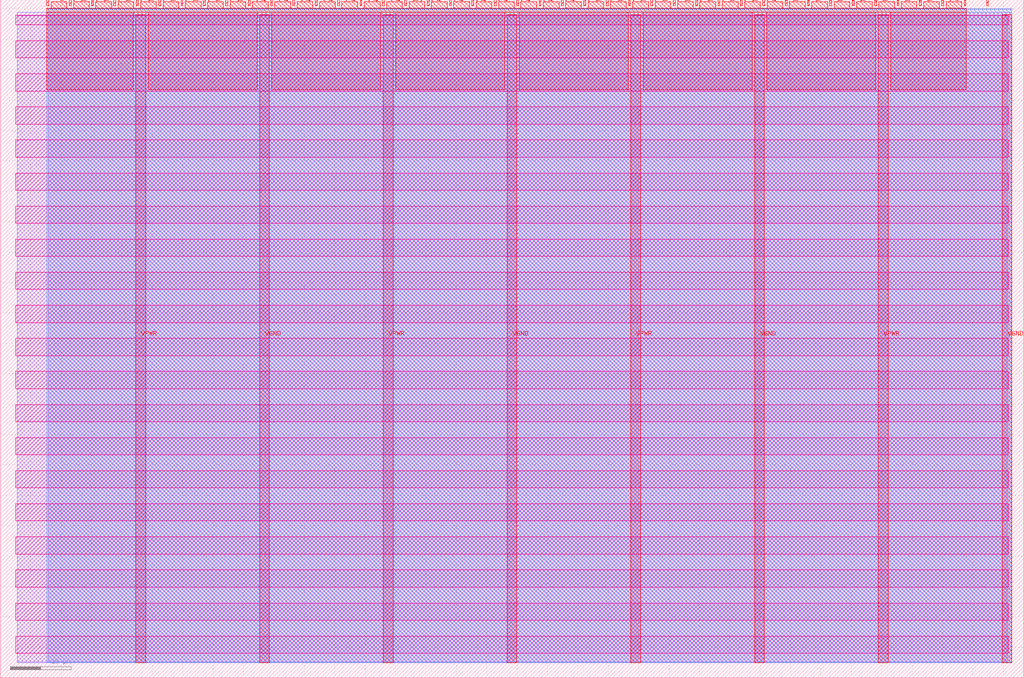
<source format=lef>
VERSION 5.7 ;
  NOWIREEXTENSIONATPIN ON ;
  DIVIDERCHAR "/" ;
  BUSBITCHARS "[]" ;
MACRO tt_um_wokwi_377426511818305537
  CLASS BLOCK ;
  FOREIGN tt_um_wokwi_377426511818305537 ;
  ORIGIN 0.000 0.000 ;
  SIZE 168.360 BY 111.520 ;
  PIN VGND
    DIRECTION INOUT ;
    USE GROUND ;
    PORT
      LAYER met4 ;
        RECT 42.670 2.480 44.270 109.040 ;
    END
    PORT
      LAYER met4 ;
        RECT 83.380 2.480 84.980 109.040 ;
    END
    PORT
      LAYER met4 ;
        RECT 124.090 2.480 125.690 109.040 ;
    END
    PORT
      LAYER met4 ;
        RECT 164.800 2.480 166.400 109.040 ;
    END
  END VGND
  PIN VPWR
    DIRECTION INOUT ;
    USE POWER ;
    PORT
      LAYER met4 ;
        RECT 22.315 2.480 23.915 109.040 ;
    END
    PORT
      LAYER met4 ;
        RECT 63.025 2.480 64.625 109.040 ;
    END
    PORT
      LAYER met4 ;
        RECT 103.735 2.480 105.335 109.040 ;
    END
    PORT
      LAYER met4 ;
        RECT 144.445 2.480 146.045 109.040 ;
    END
  END VPWR
  PIN clk
    DIRECTION INPUT ;
    USE SIGNAL ;
    ANTENNAGATEAREA 0.852000 ;
    PORT
      LAYER met4 ;
        RECT 158.550 110.520 158.850 111.520 ;
    END
  END clk
  PIN ena
    DIRECTION INPUT ;
    USE SIGNAL ;
    PORT
      LAYER met4 ;
        RECT 162.230 110.520 162.530 111.520 ;
    END
  END ena
  PIN rst_n
    DIRECTION INPUT ;
    USE SIGNAL ;
    ANTENNAGATEAREA 0.196500 ;
    PORT
      LAYER met4 ;
        RECT 154.870 110.520 155.170 111.520 ;
    END
  END rst_n
  PIN ui_in[0]
    DIRECTION INPUT ;
    USE SIGNAL ;
    ANTENNAGATEAREA 0.213000 ;
    PORT
      LAYER met4 ;
        RECT 151.190 110.520 151.490 111.520 ;
    END
  END ui_in[0]
  PIN ui_in[1]
    DIRECTION INPUT ;
    USE SIGNAL ;
    ANTENNAGATEAREA 0.196500 ;
    PORT
      LAYER met4 ;
        RECT 147.510 110.520 147.810 111.520 ;
    END
  END ui_in[1]
  PIN ui_in[2]
    DIRECTION INPUT ;
    USE SIGNAL ;
    ANTENNAGATEAREA 0.196500 ;
    PORT
      LAYER met4 ;
        RECT 143.830 110.520 144.130 111.520 ;
    END
  END ui_in[2]
  PIN ui_in[3]
    DIRECTION INPUT ;
    USE SIGNAL ;
    PORT
      LAYER met4 ;
        RECT 140.150 110.520 140.450 111.520 ;
    END
  END ui_in[3]
  PIN ui_in[4]
    DIRECTION INPUT ;
    USE SIGNAL ;
    PORT
      LAYER met4 ;
        RECT 136.470 110.520 136.770 111.520 ;
    END
  END ui_in[4]
  PIN ui_in[5]
    DIRECTION INPUT ;
    USE SIGNAL ;
    PORT
      LAYER met4 ;
        RECT 132.790 110.520 133.090 111.520 ;
    END
  END ui_in[5]
  PIN ui_in[6]
    DIRECTION INPUT ;
    USE SIGNAL ;
    PORT
      LAYER met4 ;
        RECT 129.110 110.520 129.410 111.520 ;
    END
  END ui_in[6]
  PIN ui_in[7]
    DIRECTION INPUT ;
    USE SIGNAL ;
    PORT
      LAYER met4 ;
        RECT 125.430 110.520 125.730 111.520 ;
    END
  END ui_in[7]
  PIN uio_in[0]
    DIRECTION INPUT ;
    USE SIGNAL ;
    PORT
      LAYER met4 ;
        RECT 121.750 110.520 122.050 111.520 ;
    END
  END uio_in[0]
  PIN uio_in[1]
    DIRECTION INPUT ;
    USE SIGNAL ;
    PORT
      LAYER met4 ;
        RECT 118.070 110.520 118.370 111.520 ;
    END
  END uio_in[1]
  PIN uio_in[2]
    DIRECTION INPUT ;
    USE SIGNAL ;
    PORT
      LAYER met4 ;
        RECT 114.390 110.520 114.690 111.520 ;
    END
  END uio_in[2]
  PIN uio_in[3]
    DIRECTION INPUT ;
    USE SIGNAL ;
    PORT
      LAYER met4 ;
        RECT 110.710 110.520 111.010 111.520 ;
    END
  END uio_in[3]
  PIN uio_in[4]
    DIRECTION INPUT ;
    USE SIGNAL ;
    PORT
      LAYER met4 ;
        RECT 107.030 110.520 107.330 111.520 ;
    END
  END uio_in[4]
  PIN uio_in[5]
    DIRECTION INPUT ;
    USE SIGNAL ;
    PORT
      LAYER met4 ;
        RECT 103.350 110.520 103.650 111.520 ;
    END
  END uio_in[5]
  PIN uio_in[6]
    DIRECTION INPUT ;
    USE SIGNAL ;
    PORT
      LAYER met4 ;
        RECT 99.670 110.520 99.970 111.520 ;
    END
  END uio_in[6]
  PIN uio_in[7]
    DIRECTION INPUT ;
    USE SIGNAL ;
    PORT
      LAYER met4 ;
        RECT 95.990 110.520 96.290 111.520 ;
    END
  END uio_in[7]
  PIN uio_oe[0]
    DIRECTION OUTPUT TRISTATE ;
    USE SIGNAL ;
    PORT
      LAYER met4 ;
        RECT 33.430 110.520 33.730 111.520 ;
    END
  END uio_oe[0]
  PIN uio_oe[1]
    DIRECTION OUTPUT TRISTATE ;
    USE SIGNAL ;
    PORT
      LAYER met4 ;
        RECT 29.750 110.520 30.050 111.520 ;
    END
  END uio_oe[1]
  PIN uio_oe[2]
    DIRECTION OUTPUT TRISTATE ;
    USE SIGNAL ;
    PORT
      LAYER met4 ;
        RECT 26.070 110.520 26.370 111.520 ;
    END
  END uio_oe[2]
  PIN uio_oe[3]
    DIRECTION OUTPUT TRISTATE ;
    USE SIGNAL ;
    PORT
      LAYER met4 ;
        RECT 22.390 110.520 22.690 111.520 ;
    END
  END uio_oe[3]
  PIN uio_oe[4]
    DIRECTION OUTPUT TRISTATE ;
    USE SIGNAL ;
    PORT
      LAYER met4 ;
        RECT 18.710 110.520 19.010 111.520 ;
    END
  END uio_oe[4]
  PIN uio_oe[5]
    DIRECTION OUTPUT TRISTATE ;
    USE SIGNAL ;
    PORT
      LAYER met4 ;
        RECT 15.030 110.520 15.330 111.520 ;
    END
  END uio_oe[5]
  PIN uio_oe[6]
    DIRECTION OUTPUT TRISTATE ;
    USE SIGNAL ;
    PORT
      LAYER met4 ;
        RECT 11.350 110.520 11.650 111.520 ;
    END
  END uio_oe[6]
  PIN uio_oe[7]
    DIRECTION OUTPUT TRISTATE ;
    USE SIGNAL ;
    PORT
      LAYER met4 ;
        RECT 7.670 110.520 7.970 111.520 ;
    END
  END uio_oe[7]
  PIN uio_out[0]
    DIRECTION OUTPUT TRISTATE ;
    USE SIGNAL ;
    PORT
      LAYER met4 ;
        RECT 62.870 110.520 63.170 111.520 ;
    END
  END uio_out[0]
  PIN uio_out[1]
    DIRECTION OUTPUT TRISTATE ;
    USE SIGNAL ;
    PORT
      LAYER met4 ;
        RECT 59.190 110.520 59.490 111.520 ;
    END
  END uio_out[1]
  PIN uio_out[2]
    DIRECTION OUTPUT TRISTATE ;
    USE SIGNAL ;
    PORT
      LAYER met4 ;
        RECT 55.510 110.520 55.810 111.520 ;
    END
  END uio_out[2]
  PIN uio_out[3]
    DIRECTION OUTPUT TRISTATE ;
    USE SIGNAL ;
    PORT
      LAYER met4 ;
        RECT 51.830 110.520 52.130 111.520 ;
    END
  END uio_out[3]
  PIN uio_out[4]
    DIRECTION OUTPUT TRISTATE ;
    USE SIGNAL ;
    PORT
      LAYER met4 ;
        RECT 48.150 110.520 48.450 111.520 ;
    END
  END uio_out[4]
  PIN uio_out[5]
    DIRECTION OUTPUT TRISTATE ;
    USE SIGNAL ;
    PORT
      LAYER met4 ;
        RECT 44.470 110.520 44.770 111.520 ;
    END
  END uio_out[5]
  PIN uio_out[6]
    DIRECTION OUTPUT TRISTATE ;
    USE SIGNAL ;
    PORT
      LAYER met4 ;
        RECT 40.790 110.520 41.090 111.520 ;
    END
  END uio_out[6]
  PIN uio_out[7]
    DIRECTION OUTPUT TRISTATE ;
    USE SIGNAL ;
    PORT
      LAYER met4 ;
        RECT 37.110 110.520 37.410 111.520 ;
    END
  END uio_out[7]
  PIN uo_out[0]
    DIRECTION OUTPUT TRISTATE ;
    USE SIGNAL ;
    ANTENNADIFFAREA 0.795200 ;
    PORT
      LAYER met4 ;
        RECT 92.310 110.520 92.610 111.520 ;
    END
  END uo_out[0]
  PIN uo_out[1]
    DIRECTION OUTPUT TRISTATE ;
    USE SIGNAL ;
    ANTENNADIFFAREA 0.795200 ;
    PORT
      LAYER met4 ;
        RECT 88.630 110.520 88.930 111.520 ;
    END
  END uo_out[1]
  PIN uo_out[2]
    DIRECTION OUTPUT TRISTATE ;
    USE SIGNAL ;
    ANTENNADIFFAREA 0.445500 ;
    PORT
      LAYER met4 ;
        RECT 84.950 110.520 85.250 111.520 ;
    END
  END uo_out[2]
  PIN uo_out[3]
    DIRECTION OUTPUT TRISTATE ;
    USE SIGNAL ;
    ANTENNADIFFAREA 0.795200 ;
    PORT
      LAYER met4 ;
        RECT 81.270 110.520 81.570 111.520 ;
    END
  END uo_out[3]
  PIN uo_out[4]
    DIRECTION OUTPUT TRISTATE ;
    USE SIGNAL ;
    PORT
      LAYER met4 ;
        RECT 77.590 110.520 77.890 111.520 ;
    END
  END uo_out[4]
  PIN uo_out[5]
    DIRECTION OUTPUT TRISTATE ;
    USE SIGNAL ;
    PORT
      LAYER met4 ;
        RECT 73.910 110.520 74.210 111.520 ;
    END
  END uo_out[5]
  PIN uo_out[6]
    DIRECTION OUTPUT TRISTATE ;
    USE SIGNAL ;
    PORT
      LAYER met4 ;
        RECT 70.230 110.520 70.530 111.520 ;
    END
  END uo_out[6]
  PIN uo_out[7]
    DIRECTION OUTPUT TRISTATE ;
    USE SIGNAL ;
    PORT
      LAYER met4 ;
        RECT 66.550 110.520 66.850 111.520 ;
    END
  END uo_out[7]
  OBS
      LAYER nwell ;
        RECT 2.570 107.385 165.790 108.990 ;
        RECT 2.570 101.945 165.790 104.775 ;
        RECT 2.570 96.505 165.790 99.335 ;
        RECT 2.570 91.065 165.790 93.895 ;
        RECT 2.570 85.625 165.790 88.455 ;
        RECT 2.570 80.185 165.790 83.015 ;
        RECT 2.570 74.745 165.790 77.575 ;
        RECT 2.570 69.305 165.790 72.135 ;
        RECT 2.570 63.865 165.790 66.695 ;
        RECT 2.570 58.425 165.790 61.255 ;
        RECT 2.570 52.985 165.790 55.815 ;
        RECT 2.570 47.545 165.790 50.375 ;
        RECT 2.570 42.105 165.790 44.935 ;
        RECT 2.570 36.665 165.790 39.495 ;
        RECT 2.570 31.225 165.790 34.055 ;
        RECT 2.570 25.785 165.790 28.615 ;
        RECT 2.570 20.345 165.790 23.175 ;
        RECT 2.570 14.905 165.790 17.735 ;
        RECT 2.570 9.465 165.790 12.295 ;
        RECT 2.570 4.025 165.790 6.855 ;
      LAYER li1 ;
        RECT 2.760 2.635 165.600 108.885 ;
      LAYER met1 ;
        RECT 2.760 2.480 166.400 109.440 ;
      LAYER met2 ;
        RECT 7.910 2.535 166.370 110.005 ;
      LAYER met3 ;
        RECT 7.630 2.555 166.390 109.985 ;
      LAYER met4 ;
        RECT 8.370 110.120 10.950 111.170 ;
        RECT 12.050 110.120 14.630 111.170 ;
        RECT 15.730 110.120 18.310 111.170 ;
        RECT 19.410 110.120 21.990 111.170 ;
        RECT 23.090 110.120 25.670 111.170 ;
        RECT 26.770 110.120 29.350 111.170 ;
        RECT 30.450 110.120 33.030 111.170 ;
        RECT 34.130 110.120 36.710 111.170 ;
        RECT 37.810 110.120 40.390 111.170 ;
        RECT 41.490 110.120 44.070 111.170 ;
        RECT 45.170 110.120 47.750 111.170 ;
        RECT 48.850 110.120 51.430 111.170 ;
        RECT 52.530 110.120 55.110 111.170 ;
        RECT 56.210 110.120 58.790 111.170 ;
        RECT 59.890 110.120 62.470 111.170 ;
        RECT 63.570 110.120 66.150 111.170 ;
        RECT 67.250 110.120 69.830 111.170 ;
        RECT 70.930 110.120 73.510 111.170 ;
        RECT 74.610 110.120 77.190 111.170 ;
        RECT 78.290 110.120 80.870 111.170 ;
        RECT 81.970 110.120 84.550 111.170 ;
        RECT 85.650 110.120 88.230 111.170 ;
        RECT 89.330 110.120 91.910 111.170 ;
        RECT 93.010 110.120 95.590 111.170 ;
        RECT 96.690 110.120 99.270 111.170 ;
        RECT 100.370 110.120 102.950 111.170 ;
        RECT 104.050 110.120 106.630 111.170 ;
        RECT 107.730 110.120 110.310 111.170 ;
        RECT 111.410 110.120 113.990 111.170 ;
        RECT 115.090 110.120 117.670 111.170 ;
        RECT 118.770 110.120 121.350 111.170 ;
        RECT 122.450 110.120 125.030 111.170 ;
        RECT 126.130 110.120 128.710 111.170 ;
        RECT 129.810 110.120 132.390 111.170 ;
        RECT 133.490 110.120 136.070 111.170 ;
        RECT 137.170 110.120 139.750 111.170 ;
        RECT 140.850 110.120 143.430 111.170 ;
        RECT 144.530 110.120 147.110 111.170 ;
        RECT 148.210 110.120 150.790 111.170 ;
        RECT 151.890 110.120 154.470 111.170 ;
        RECT 155.570 110.120 158.150 111.170 ;
        RECT 7.655 109.440 158.865 110.120 ;
        RECT 7.655 96.735 21.915 109.440 ;
        RECT 24.315 96.735 42.270 109.440 ;
        RECT 44.670 96.735 62.625 109.440 ;
        RECT 65.025 96.735 82.980 109.440 ;
        RECT 85.380 96.735 103.335 109.440 ;
        RECT 105.735 96.735 123.690 109.440 ;
        RECT 126.090 96.735 144.045 109.440 ;
        RECT 146.445 96.735 158.865 109.440 ;
  END
END tt_um_wokwi_377426511818305537
END LIBRARY


</source>
